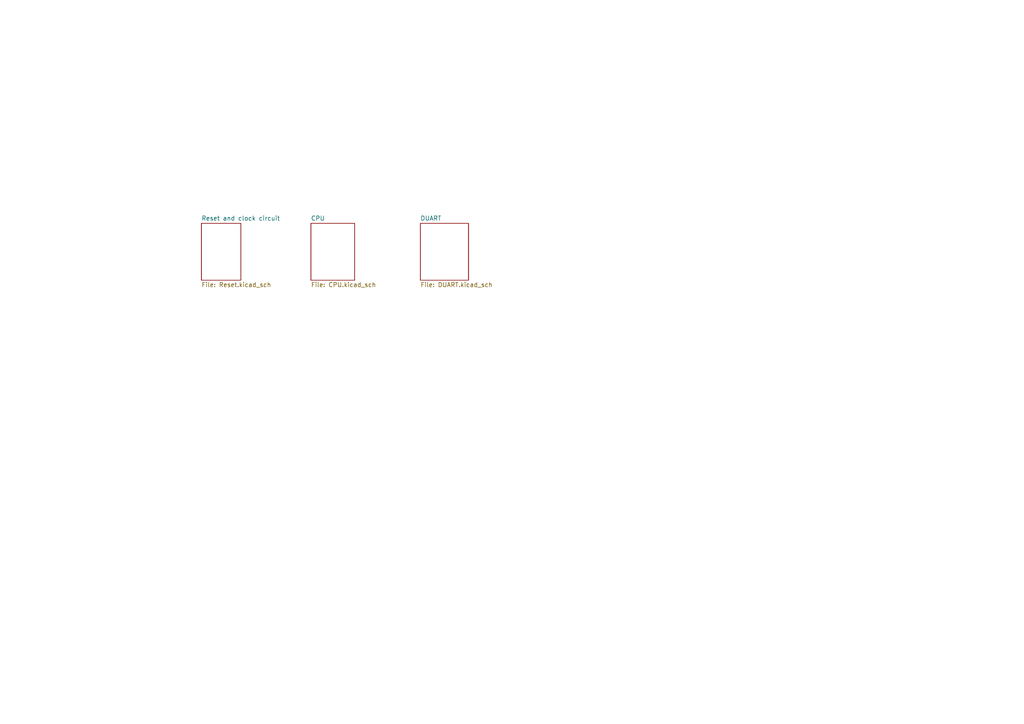
<source format=kicad_sch>
(kicad_sch (version 20211123) (generator eeschema)

  (uuid e63e39d7-6ac0-4ffd-8aa3-1841a4541b55)

  (paper "A4")

  (title_block
    (title "Mats Brorson 68010 SBC")
    (date "2022-07-16")
    (rev "1.0-bboard")
  )

  (lib_symbols
  )


  (sheet (at 58.42 64.77) (size 11.43 16.51) (fields_autoplaced)
    (stroke (width 0.1524) (type solid) (color 0 0 0 0))
    (fill (color 0 0 0 0.0000))
    (uuid 60b3e0cc-7d6f-4628-b20d-5a9d7b2fa5fa)
    (property "Sheet name" "Reset and clock circuit" (id 0) (at 58.42 64.0584 0)
      (effects (font (size 1.27 1.27)) (justify left bottom))
    )
    (property "Sheet file" "Reset.kicad_sch" (id 1) (at 58.42 81.8646 0)
      (effects (font (size 1.27 1.27)) (justify left top))
    )
  )

  (sheet (at 90.17 64.77) (size 12.7 16.51) (fields_autoplaced)
    (stroke (width 0.1524) (type solid) (color 0 0 0 0))
    (fill (color 0 0 0 0.0000))
    (uuid c0b233c3-0354-40a8-9da4-8134543aeba9)
    (property "Sheet name" "CPU" (id 0) (at 90.17 64.0584 0)
      (effects (font (size 1.27 1.27)) (justify left bottom))
    )
    (property "Sheet file" "CPU.kicad_sch" (id 1) (at 90.17 81.8646 0)
      (effects (font (size 1.27 1.27)) (justify left top))
    )
  )

  (sheet (at 121.92 64.77) (size 13.97 16.51) (fields_autoplaced)
    (stroke (width 0.1524) (type solid) (color 0 0 0 0))
    (fill (color 0 0 0 0.0000))
    (uuid c382627c-aaa0-47a5-a0f7-b0da34ce6bae)
    (property "Sheet name" "DUART" (id 0) (at 121.92 64.0584 0)
      (effects (font (size 1.27 1.27)) (justify left bottom))
    )
    (property "Sheet file" "DUART.kicad_sch" (id 1) (at 121.92 81.8646 0)
      (effects (font (size 1.27 1.27)) (justify left top))
    )
  )

  (sheet_instances
    (path "/" (page "1"))
    (path "/60b3e0cc-7d6f-4628-b20d-5a9d7b2fa5fa" (page "2"))
    (path "/c0b233c3-0354-40a8-9da4-8134543aeba9" (page "3"))
    (path "/c382627c-aaa0-47a5-a0f7-b0da34ce6bae" (page "4"))
  )

  (symbol_instances
    (path "/60b3e0cc-7d6f-4628-b20d-5a9d7b2fa5fa/65eec12a-4a6c-4bf3-929b-353678ed464a"
      (reference "#PWR01") (unit 1) (value "VCC") (footprint "")
    )
    (path "/60b3e0cc-7d6f-4628-b20d-5a9d7b2fa5fa/d3239992-a743-428e-a539-8ea898072c21"
      (reference "#PWR02") (unit 1) (value "GND") (footprint "")
    )
    (path "/60b3e0cc-7d6f-4628-b20d-5a9d7b2fa5fa/bfff00a5-b788-4df7-99f6-6eaccafac78f"
      (reference "#PWR03") (unit 1) (value "VCC") (footprint "")
    )
    (path "/60b3e0cc-7d6f-4628-b20d-5a9d7b2fa5fa/d023139a-f726-4b83-aced-59708df9dcbb"
      (reference "#PWR04") (unit 1) (value "GND") (footprint "")
    )
    (path "/60b3e0cc-7d6f-4628-b20d-5a9d7b2fa5fa/c9ee3016-973f-48c0-88b5-631c0be92822"
      (reference "#PWR0101") (unit 1) (value "GND") (footprint "")
    )
    (path "/60b3e0cc-7d6f-4628-b20d-5a9d7b2fa5fa/48e61d41-43dc-4080-9b7f-b92302b5ae95"
      (reference "#PWR0102") (unit 1) (value "GND") (footprint "")
    )
    (path "/60b3e0cc-7d6f-4628-b20d-5a9d7b2fa5fa/31ba5c72-22e7-4b5c-ac59-7558596bd7db"
      (reference "#PWR0103") (unit 1) (value "GND") (footprint "")
    )
    (path "/60b3e0cc-7d6f-4628-b20d-5a9d7b2fa5fa/6826f5de-c6a5-409d-aace-d0542a57ae6a"
      (reference "#PWR0104") (unit 1) (value "VCC") (footprint "")
    )
    (path "/60b3e0cc-7d6f-4628-b20d-5a9d7b2fa5fa/e0cfb0b1-51ea-4250-9e08-2cdafeb839c6"
      (reference "#PWR0105") (unit 1) (value "GND") (footprint "")
    )
    (path "/c382627c-aaa0-47a5-a0f7-b0da34ce6bae/12ebdda9-c5e9-4db8-b856-e7a384e5b914"
      (reference "#PWR?") (unit 1) (value "GND") (footprint "")
    )
    (path "/c382627c-aaa0-47a5-a0f7-b0da34ce6bae/27abe056-90a2-41fd-af0b-2009a6b9f80f"
      (reference "#PWR?") (unit 1) (value "VCC") (footprint "")
    )
    (path "/c0b233c3-0354-40a8-9da4-8134543aeba9/30b7daab-9775-43d2-a2a3-d700cb861768"
      (reference "#PWR?") (unit 1) (value "VCC") (footprint "")
    )
    (path "/c0b233c3-0354-40a8-9da4-8134543aeba9/442bcbdd-5aae-4bf9-8fc9-ac62504fa358"
      (reference "#PWR?") (unit 1) (value "GND") (footprint "")
    )
    (path "/c0b233c3-0354-40a8-9da4-8134543aeba9/4a17a910-fe28-4076-b917-3bfef74fc5ac"
      (reference "#PWR?") (unit 1) (value "VCC") (footprint "")
    )
    (path "/c382627c-aaa0-47a5-a0f7-b0da34ce6bae/5435af89-44b5-4fb3-8da7-6c69f84ce0a8"
      (reference "#PWR?") (unit 1) (value "VCC") (footprint "")
    )
    (path "/c0b233c3-0354-40a8-9da4-8134543aeba9/57d89997-e1fd-4aad-a6f6-d5df9ec4d164"
      (reference "#PWR?") (unit 1) (value "GND") (footprint "")
    )
    (path "/c0b233c3-0354-40a8-9da4-8134543aeba9/5bfb0a4c-969d-45f8-85df-394089bc1633"
      (reference "#PWR?") (unit 1) (value "GND") (footprint "")
    )
    (path "/c382627c-aaa0-47a5-a0f7-b0da34ce6bae/60263361-4079-41f6-bdb0-ce979c7c6fa1"
      (reference "#PWR?") (unit 1) (value "VCC") (footprint "")
    )
    (path "/c382627c-aaa0-47a5-a0f7-b0da34ce6bae/6dcdcf17-f946-4ffa-a006-e08303d2c4b1"
      (reference "#PWR?") (unit 1) (value "VCC") (footprint "")
    )
    (path "/c382627c-aaa0-47a5-a0f7-b0da34ce6bae/6f20c1e2-be8e-4429-8af7-16629bfb646b"
      (reference "#PWR?") (unit 1) (value "GND") (footprint "")
    )
    (path "/c382627c-aaa0-47a5-a0f7-b0da34ce6bae/761bea49-b25b-4fef-a986-99575b8c36f2"
      (reference "#PWR?") (unit 1) (value "VCC") (footprint "")
    )
    (path "/c0b233c3-0354-40a8-9da4-8134543aeba9/89f24fee-ae2b-4162-8415-d5d15bf85470"
      (reference "#PWR?") (unit 1) (value "GND") (footprint "")
    )
    (path "/c382627c-aaa0-47a5-a0f7-b0da34ce6bae/96d8c104-257f-475e-accf-ca9e7dd19521"
      (reference "#PWR?") (unit 1) (value "GND") (footprint "")
    )
    (path "/c382627c-aaa0-47a5-a0f7-b0da34ce6bae/a09d76fc-02ae-454f-a6a3-e20afb196660"
      (reference "#PWR?") (unit 1) (value "GND") (footprint "")
    )
    (path "/c0b233c3-0354-40a8-9da4-8134543aeba9/b8ee8455-5d7d-4e3e-b92b-2bbe28e68db0"
      (reference "#PWR?") (unit 1) (value "VCC") (footprint "")
    )
    (path "/c0b233c3-0354-40a8-9da4-8134543aeba9/bcc4e8db-7f64-4f4a-a527-2bf45a1e76a6"
      (reference "#PWR?") (unit 1) (value "GND") (footprint "")
    )
    (path "/c0b233c3-0354-40a8-9da4-8134543aeba9/c2903eca-5ac9-40c7-94e7-be2225b4322a"
      (reference "#PWR?") (unit 1) (value "GND") (footprint "")
    )
    (path "/c0b233c3-0354-40a8-9da4-8134543aeba9/ccfe62ce-a01f-4b6f-8a62-84248feae451"
      (reference "#PWR?") (unit 1) (value "GND") (footprint "")
    )
    (path "/c0b233c3-0354-40a8-9da4-8134543aeba9/d5314712-e46a-4f8e-9b73-a372a785f781"
      (reference "#PWR?") (unit 1) (value "VCC") (footprint "")
    )
    (path "/c0b233c3-0354-40a8-9da4-8134543aeba9/f27804ad-1c58-446e-b088-be41234df680"
      (reference "#PWR?") (unit 1) (value "GND") (footprint "")
    )
    (path "/60b3e0cc-7d6f-4628-b20d-5a9d7b2fa5fa/bba3ee70-5f97-4331-a646-60dd78bebc0e"
      (reference "C1") (unit 1) (value "100uF") (footprint "Capacitor_THT:CP_Radial_D8.0mm_P5.00mm")
    )
    (path "/60b3e0cc-7d6f-4628-b20d-5a9d7b2fa5fa/f4dd8c97-1491-44aa-950e-0a57f7acb4d1"
      (reference "C2") (unit 1) (value "100nF") (footprint "Capacitor_THT:C_Disc_D4.3mm_W1.9mm_P5.00mm")
    )
    (path "/60b3e0cc-7d6f-4628-b20d-5a9d7b2fa5fa/39dcfd2a-4b4b-4312-a2cc-d63a4a8b3dbf"
      (reference "C3") (unit 1) (value "100nF") (footprint "Capacitor_THT:C_Disc_D4.3mm_W1.9mm_P5.00mm")
    )
    (path "/60b3e0cc-7d6f-4628-b20d-5a9d7b2fa5fa/a962788f-3146-4305-88c9-4dca5666298e"
      (reference "C4") (unit 1) (value "100nF") (footprint "Capacitor_THT:C_Disc_D4.3mm_W1.9mm_P5.00mm")
    )
    (path "/60b3e0cc-7d6f-4628-b20d-5a9d7b2fa5fa/becd6238-45ab-406d-a4d1-de589cf3cb17"
      (reference "C5") (unit 1) (value "100nF") (footprint "Capacitor_THT:C_Disc_D4.3mm_W1.9mm_P5.00mm")
    )
    (path "/c382627c-aaa0-47a5-a0f7-b0da34ce6bae/1ab5ae19-7b80-4996-8406-95c89cdf2e97"
      (reference "C?") (unit 1) (value "C") (footprint "")
    )
    (path "/c382627c-aaa0-47a5-a0f7-b0da34ce6bae/c7009db7-3bf2-49e4-909f-27f84d642f51"
      (reference "C?") (unit 1) (value "C") (footprint "")
    )
    (path "/60b3e0cc-7d6f-4628-b20d-5a9d7b2fa5fa/2c5be3d0-2833-4a40-bdeb-b64ce76d6326"
      (reference "J1") (unit 1) (value "Power") (footprint "Connector_PinHeader_2.54mm:PinHeader_1x02_P2.54mm_Vertical")
    )
    (path "/60b3e0cc-7d6f-4628-b20d-5a9d7b2fa5fa/35ddb319-9cc8-4ada-879e-fdd0b4099a2c"
      (reference "J2") (unit 1) (value "Halt_Reset") (footprint "Connector_PinHeader_2.54mm:PinHeader_1x02_P2.54mm_Vertical")
    )
    (path "/60b3e0cc-7d6f-4628-b20d-5a9d7b2fa5fa/c5a956dd-c566-4ae0-b310-e144f1eafdf5"
      (reference "LED1") (unit 1) (value "RED Reset") (footprint "LED_THT:LED_D5.0mm")
    )
    (path "/60b3e0cc-7d6f-4628-b20d-5a9d7b2fa5fa/ccfee726-9431-4296-a038-27382eae58a1"
      (reference "LED2") (unit 1) (value "GREEN Run") (footprint "LED_THT:LED_D5.0mm")
    )
    (path "/60b3e0cc-7d6f-4628-b20d-5a9d7b2fa5fa/a03993ec-a2cf-4a0c-bf98-d90a888d7aa8"
      (reference "R1") (unit 1) (value "2K2") (footprint "Resistor_THT:R_Axial_DIN0207_L6.3mm_D2.5mm_P10.16mm_Horizontal")
    )
    (path "/60b3e0cc-7d6f-4628-b20d-5a9d7b2fa5fa/88b50627-5ebf-422b-bbb8-69c059cd75f8"
      (reference "R2") (unit 1) (value "270R") (footprint "Resistor_THT:R_Axial_DIN0207_L6.3mm_D2.5mm_P10.16mm_Horizontal")
    )
    (path "/60b3e0cc-7d6f-4628-b20d-5a9d7b2fa5fa/170bca34-acac-4cd5-b99c-6601920a35a5"
      (reference "R3") (unit 1) (value "4K7") (footprint "Resistor_THT:R_Axial_DIN0207_L6.3mm_D2.5mm_P10.16mm_Horizontal")
    )
    (path "/60b3e0cc-7d6f-4628-b20d-5a9d7b2fa5fa/ab268bf1-3370-42f3-bf61-ba1c35fa402a"
      (reference "R4") (unit 1) (value "4K7") (footprint "Resistor_THT:R_Axial_DIN0207_L6.3mm_D2.5mm_P10.16mm_Horizontal")
    )
    (path "/60b3e0cc-7d6f-4628-b20d-5a9d7b2fa5fa/adc0a68f-58f9-465d-91eb-4c83d5003436"
      (reference "R5") (unit 1) (value "330R") (footprint "Resistor_THT:R_Axial_DIN0207_L6.3mm_D2.5mm_P10.16mm_Horizontal")
    )
    (path "/60b3e0cc-7d6f-4628-b20d-5a9d7b2fa5fa/989df294-0273-4c46-8b94-b37874ff50a9"
      (reference "R6") (unit 1) (value "330R") (footprint "Resistor_THT:R_Axial_DIN0207_L6.3mm_D2.5mm_P10.16mm_Horizontal")
    )
    (path "/60b3e0cc-7d6f-4628-b20d-5a9d7b2fa5fa/e8e24bff-dbf3-4db2-89c0-c4666caf14a0"
      (reference "R7") (unit 1) (value "4K7") (footprint "Resistor_THT:R_Axial_DIN0207_L6.3mm_D2.5mm_P10.16mm_Horizontal")
    )
    (path "/60b3e0cc-7d6f-4628-b20d-5a9d7b2fa5fa/9cb0a88e-7b29-4b81-b303-624066e57d9d"
      (reference "S1") (unit 1) (value "10-XX") (footprint "matsb:B3F-10XX")
    )
    (path "/60b3e0cc-7d6f-4628-b20d-5a9d7b2fa5fa/b1be133b-6109-457f-973f-3e36bfe9a06e"
      (reference "U1") (unit 1) (value "NE555P") (footprint "Package_DIP:DIP-8_W7.62mm")
    )
    (path "/60b3e0cc-7d6f-4628-b20d-5a9d7b2fa5fa/b082c799-204a-4d88-9d29-5bf8772e9334"
      (reference "U2") (unit 1) (value "74LS05") (footprint "Package_DIP:DIP-14_W7.62mm")
    )
    (path "/60b3e0cc-7d6f-4628-b20d-5a9d7b2fa5fa/bd65bb3b-a2df-411b-ab38-3888f191828f"
      (reference "U2") (unit 2) (value "74LS05") (footprint "Package_DIP:DIP-14_W7.62mm")
    )
    (path "/60b3e0cc-7d6f-4628-b20d-5a9d7b2fa5fa/b383855e-f8b3-4fa1-9fc2-ef72611d91ab"
      (reference "U2") (unit 3) (value "74LS05") (footprint "Package_DIP:DIP-14_W7.62mm")
    )
    (path "/60b3e0cc-7d6f-4628-b20d-5a9d7b2fa5fa/a8bb6ec0-5596-4c82-8aca-fa273be6576c"
      (reference "U2") (unit 7) (value "74LS05") (footprint "Package_DIP:DIP-14_W7.62mm")
    )
    (path "/c0b233c3-0354-40a8-9da4-8134543aeba9/20753823-062d-4d6a-9638-48c62773642e"
      (reference "U?") (unit 1) (value "74LS245") (footprint "")
    )
    (path "/c0b233c3-0354-40a8-9da4-8134543aeba9/4bd58314-9a3e-4f23-b40b-e265cba0d14c"
      (reference "U?") (unit 1) (value "74LS245") (footprint "")
    )
    (path "/c0b233c3-0354-40a8-9da4-8134543aeba9/4be9f2c5-e623-47c5-a2ac-bc80517970ed"
      (reference "U?") (unit 1) (value "68010P10") (footprint "")
    )
    (path "/c382627c-aaa0-47a5-a0f7-b0da34ce6bae/5a8daa73-8d7c-4391-b18d-0c250a2bb8bf"
      (reference "U?") (unit 1) (value "68681") (footprint "")
    )
    (path "/c0b233c3-0354-40a8-9da4-8134543aeba9/62e3e07a-9380-4c51-acc0-e502eba8f249"
      (reference "U?") (unit 1) (value "74LS245") (footprint "")
    )
    (path "/c0b233c3-0354-40a8-9da4-8134543aeba9/7aee9ecf-4051-4a08-859e-12ed26996ea5"
      (reference "U?") (unit 1) (value "74LS245") (footprint "")
    )
    (path "/c382627c-aaa0-47a5-a0f7-b0da34ce6bae/ad2f419f-1c2a-43a9-9637-7a61f1e075c1"
      (reference "U?") (unit 1) (value "74LS245") (footprint "")
    )
    (path "/c0b233c3-0354-40a8-9da4-8134543aeba9/c47485b0-05e6-4930-aa44-a56002394ff4"
      (reference "U?") (unit 1) (value "74LS245") (footprint "")
    )
    (path "/c382627c-aaa0-47a5-a0f7-b0da34ce6bae/ea5f3ca2-0b87-46d7-b04c-1f3cb628a088"
      (reference "U?") (unit 1) (value "74LS244") (footprint "")
    )
    (path "/c0b233c3-0354-40a8-9da4-8134543aeba9/fd53f721-0da0-44c9-907d-4fe2dcf7ab14"
      (reference "U?") (unit 1) (value "74LS245") (footprint "")
    )
    (path "/60b3e0cc-7d6f-4628-b20d-5a9d7b2fa5fa/25ccea3e-391e-46e5-a109-828ceb01ac18"
      (reference "X1") (unit 1) (value "SG-8002DB 10Mhz") (footprint "Oscillator:Oscillator_SeikoEpson_SG-8002DB")
    )
    (path "/c382627c-aaa0-47a5-a0f7-b0da34ce6bae/5e537764-95c9-4223-94cd-d92b6bc3015c"
      (reference "Y?") (unit 1) (value "Crystal") (footprint "")
    )
  )
)

</source>
